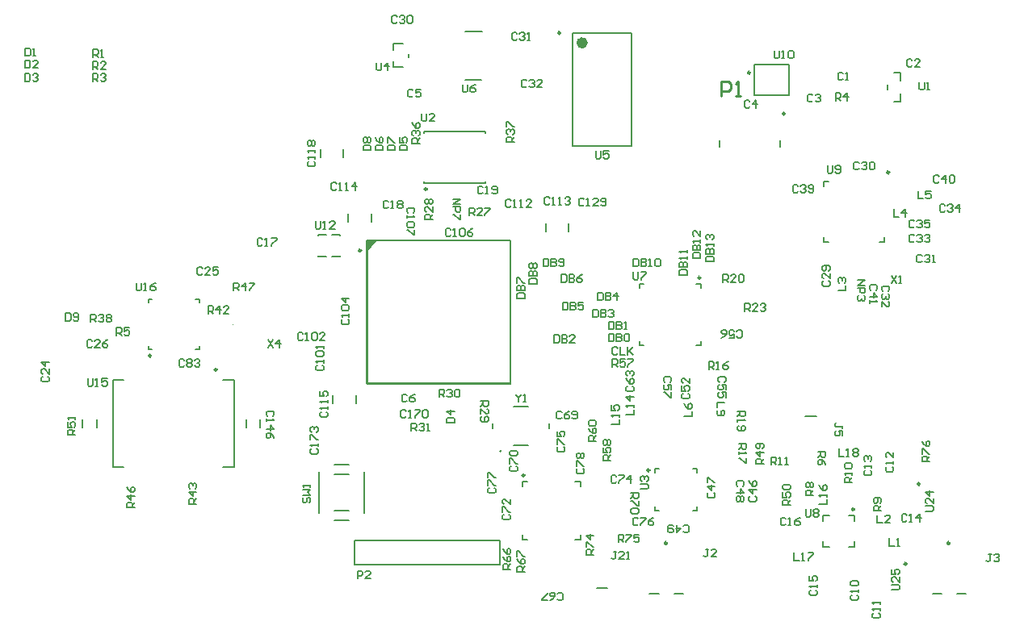
<source format=gto>
G04*
G04 #@! TF.GenerationSoftware,Altium Limited,Altium Designer,21.5.1 (32)*
G04*
G04 Layer_Color=65535*
%FSLAX25Y25*%
%MOIN*%
G70*
G04*
G04 #@! TF.SameCoordinates,2FE26025-303F-4DC1-B2D2-7F731E1EADFF*
G04*
G04*
G04 #@! TF.FilePolarity,Positive*
G04*
G01*
G75*
%ADD10C,0.00984*%
%ADD11C,0.00394*%
%ADD12C,0.01000*%
%ADD13C,0.00600*%
%ADD14C,0.02362*%
%ADD15C,0.00787*%
G36*
X220099Y224528D02*
X220225D01*
X216288Y220590D01*
Y220717D01*
X216256Y220685D01*
Y224622D01*
X220194D01*
X220099Y224528D01*
D02*
G37*
D10*
X240984Y245811D02*
G03*
X240984Y245811I-492J0D01*
G01*
X431841Y252844D02*
G03*
X431866Y252689I-467J-156D01*
G01*
X127201Y176992D02*
G03*
X127201Y176992I-492J0D01*
G01*
X417398Y113555D02*
G03*
X417398Y113555I-492J0D01*
G01*
X154308Y171165D02*
G03*
X154308Y171165I-492J0D01*
G01*
X281308Y127500D02*
G03*
X281308Y127500I-492J0D01*
G01*
X213808Y220500D02*
G03*
X213808Y220500I-492J0D01*
G01*
D02*
G03*
X213808Y220500I-492J0D01*
G01*
X388808Y277000D02*
G03*
X388808Y277000I-492J0D01*
G01*
X353914Y209256D02*
G03*
X353914Y209256I-492J0D01*
G01*
X296091Y310347D02*
G03*
X296091Y310347I-492J0D01*
G01*
X332910Y129650D02*
G03*
X332910Y129650I-492J0D01*
G01*
X374457Y293953D02*
G03*
X374457Y293953I-492J0D01*
G01*
X456795Y99547D02*
G03*
X456795Y99547I-492J0D01*
G01*
X340111D02*
G03*
X340111Y99547I-492J0D01*
G01*
D11*
X160882Y189768D02*
G03*
X160882Y189768I-197J0D01*
G01*
X205224Y228996D02*
G03*
X205224Y228996I-197J0D01*
G01*
D12*
X444500Y124000D02*
G03*
X444500Y124000I-500J0D01*
G01*
X439000Y91000D02*
G03*
X439000Y91000I-500J0D01*
G01*
X362316Y284200D02*
Y290198D01*
X365315D01*
X366314Y289198D01*
Y287199D01*
X365315Y286199D01*
X362316D01*
X368314Y284200D02*
X370313D01*
X369313D01*
Y290198D01*
X368314Y289198D01*
D13*
X271616Y137500D02*
G03*
X271616Y137500I-300J0D01*
G01*
X215165Y111925D02*
Y125075D01*
X202776Y127850D02*
X208855D01*
X196466Y111925D02*
Y125075D01*
X202776Y109150D02*
X208855D01*
X227158Y296169D02*
Y298803D01*
X233473Y300442D02*
Y301558D01*
X227158Y305831D02*
X231118D01*
X227158Y303197D02*
Y305831D01*
Y296169D02*
X231118D01*
X291465Y146959D02*
Y149041D01*
X276899Y156100D02*
X282732D01*
X268165Y146959D02*
Y149041D01*
X276899Y139900D02*
X282732D01*
X227158Y296169D02*
Y298803D01*
X233473Y300442D02*
Y301558D01*
X227158Y305831D02*
X231118D01*
X227158Y303197D02*
Y305831D01*
Y296169D02*
X231118D01*
X215165Y115926D02*
Y129075D01*
X202776Y131850D02*
X208855D01*
X196466Y115926D02*
Y129075D01*
X202776Y113150D02*
X208855D01*
X238800Y277099D02*
Y274433D01*
X239333Y273900D01*
X240400D01*
X240933Y274433D01*
Y277099D01*
X244132Y273900D02*
X241999D01*
X244132Y276033D01*
Y276566D01*
X243599Y277099D01*
X242532D01*
X241999Y276566D01*
X277099Y265235D02*
X273901D01*
Y266834D01*
X274434Y267367D01*
X275500D01*
X276033Y266834D01*
Y265235D01*
Y266301D02*
X277099Y267367D01*
X274434Y268434D02*
X273901Y268967D01*
Y270033D01*
X274434Y270566D01*
X274967D01*
X275500Y270033D01*
Y269500D01*
Y270033D01*
X276033Y270566D01*
X276566D01*
X277099Y270033D01*
Y268967D01*
X276566Y268434D01*
X273901Y271633D02*
Y273765D01*
X274434D01*
X276566Y271633D01*
X277099D01*
X238100Y264735D02*
X234900D01*
Y266334D01*
X235434Y266867D01*
X236500D01*
X237033Y266334D01*
Y264735D01*
Y265801D02*
X238100Y266867D01*
X235434Y267934D02*
X234900Y268467D01*
Y269533D01*
X235434Y270066D01*
X235967D01*
X236500Y269533D01*
Y269000D01*
Y269533D01*
X237033Y270066D01*
X237566D01*
X238100Y269533D01*
Y268467D01*
X237566Y267934D01*
X234900Y273265D02*
X235434Y272199D01*
X236500Y271133D01*
X237566D01*
X238100Y271666D01*
Y272732D01*
X237566Y273265D01*
X237033D01*
X236500Y272732D01*
Y271133D01*
X264134Y246566D02*
X263601Y247099D01*
X262534D01*
X262001Y246566D01*
Y244434D01*
X262534Y243900D01*
X263601D01*
X264134Y244434D01*
X265200Y243900D02*
X266267D01*
X265733D01*
Y247099D01*
X265200Y246566D01*
X267866Y244434D02*
X268399Y243900D01*
X269465D01*
X269999Y244434D01*
Y246566D01*
X269465Y247099D01*
X268399D01*
X267866Y246566D01*
Y246033D01*
X268399Y245500D01*
X269999D01*
X225134Y240566D02*
X224601Y241100D01*
X223534D01*
X223001Y240566D01*
Y238434D01*
X223534Y237900D01*
X224601D01*
X225134Y238434D01*
X226200Y237900D02*
X227267D01*
X226733D01*
Y241100D01*
X226200Y240566D01*
X228866D02*
X229399Y241100D01*
X230466D01*
X230999Y240566D01*
Y240033D01*
X230466Y239500D01*
X230999Y238967D01*
Y238434D01*
X230466Y237900D01*
X229399D01*
X228866Y238434D01*
Y238967D01*
X229399Y239500D01*
X228866Y240033D01*
Y240566D01*
X229399Y239500D02*
X230466D01*
X173134Y225066D02*
X172601Y225600D01*
X171535D01*
X171001Y225066D01*
Y222934D01*
X171535Y222400D01*
X172601D01*
X173134Y222934D01*
X174200Y222400D02*
X175267D01*
X174733D01*
Y225600D01*
X174200Y225066D01*
X176866Y225600D02*
X178999D01*
Y225066D01*
X176866Y222934D01*
Y222400D01*
X432900Y80235D02*
X435566D01*
X436099Y80768D01*
Y81834D01*
X435566Y82367D01*
X432900D01*
X436099Y85566D02*
Y83434D01*
X433967Y85566D01*
X433434D01*
X432900Y85033D01*
Y83967D01*
X433434Y83434D01*
X432900Y88765D02*
Y86633D01*
X434500D01*
X433967Y87699D01*
Y88232D01*
X434500Y88765D01*
X435566D01*
X436099Y88232D01*
Y87166D01*
X435566Y86633D01*
X446901Y112735D02*
X449566D01*
X450100Y113268D01*
Y114334D01*
X449566Y114867D01*
X446901D01*
X450100Y118066D02*
Y115934D01*
X447967Y118066D01*
X447434D01*
X446901Y117533D01*
Y116467D01*
X447434Y115934D01*
X450100Y120732D02*
X446901D01*
X448500Y119133D01*
Y121265D01*
X397334Y113600D02*
Y110934D01*
X397867Y110400D01*
X398934D01*
X399467Y110934D01*
Y113600D01*
X400533Y113066D02*
X401066Y113600D01*
X402133D01*
X402666Y113066D01*
Y112533D01*
X402133Y112000D01*
X402666Y111467D01*
Y110934D01*
X402133Y110400D01*
X401066D01*
X400533Y110934D01*
Y111467D01*
X401066Y112000D01*
X400533Y112533D01*
Y113066D01*
X401066Y112000D02*
X402133D01*
X448599Y133235D02*
X445400D01*
Y134834D01*
X445934Y135367D01*
X447000D01*
X447533Y134834D01*
Y133235D01*
Y134301D02*
X448599Y135367D01*
X445400Y136434D02*
Y138566D01*
X445934D01*
X448066Y136434D01*
X448599D01*
X445400Y141765D02*
X445934Y140699D01*
X447000Y139633D01*
X448066D01*
X448599Y140166D01*
Y141232D01*
X448066Y141765D01*
X447533D01*
X447000Y141232D01*
Y139633D01*
X383034Y131901D02*
Y135099D01*
X384634D01*
X385167Y134566D01*
Y133500D01*
X384634Y132967D01*
X383034D01*
X384101D02*
X385167Y131901D01*
X386233D02*
X387300D01*
X386767D01*
Y135099D01*
X386233Y134566D01*
X388899Y131901D02*
X389966D01*
X389432D01*
Y135099D01*
X388899Y134566D01*
X416600Y124501D02*
X413401D01*
Y126101D01*
X413934Y126634D01*
X415000D01*
X415533Y126101D01*
Y124501D01*
Y125568D02*
X416600Y126634D01*
Y127700D02*
Y128767D01*
Y128233D01*
X413401D01*
X413934Y127700D01*
Y130366D02*
X413401Y130899D01*
Y131966D01*
X413934Y132499D01*
X416066D01*
X416600Y131966D01*
Y130899D01*
X416066Y130366D01*
X413934D01*
X428600Y112834D02*
X425400D01*
Y114434D01*
X425934Y114967D01*
X427000D01*
X427533Y114434D01*
Y112834D01*
Y113900D02*
X428600Y114967D01*
X428066Y116033D02*
X428600Y116566D01*
Y117633D01*
X428066Y118166D01*
X425934D01*
X425400Y117633D01*
Y116566D01*
X425934Y116033D01*
X426467D01*
X427000Y116566D01*
Y118166D01*
X400599Y119334D02*
X397400D01*
Y120934D01*
X397934Y121467D01*
X399000D01*
X399533Y120934D01*
Y119334D01*
Y120401D02*
X400599Y121467D01*
X397934Y122533D02*
X397400Y123066D01*
Y124133D01*
X397934Y124666D01*
X398467D01*
X399000Y124133D01*
X399533Y124666D01*
X400066D01*
X400599Y124133D01*
Y123066D01*
X400066Y122533D01*
X399533D01*
X399000Y123066D01*
X398467Y122533D01*
X397934D01*
X399000Y123066D02*
Y124133D01*
X402400Y137166D02*
X405599D01*
Y135566D01*
X405066Y135033D01*
X404000D01*
X403467Y135566D01*
Y137166D01*
Y136100D02*
X402400Y135033D01*
X405599Y131834D02*
X405066Y132901D01*
X404000Y133967D01*
X402934D01*
X402400Y133434D01*
Y132367D01*
X402934Y131834D01*
X403467D01*
X404000Y132367D01*
Y133967D01*
X426834Y111100D02*
Y107901D01*
X428967D01*
X432166D02*
X430033D01*
X432166Y110033D01*
Y110566D01*
X431633Y111100D01*
X430566D01*
X430033Y110566D01*
X431867Y101600D02*
Y98400D01*
X434000D01*
X435066D02*
X436133D01*
X435600D01*
Y101600D01*
X435066Y101066D01*
X389134Y109566D02*
X388601Y110099D01*
X387534D01*
X387001Y109566D01*
Y107434D01*
X387534Y106901D01*
X388601D01*
X389134Y107434D01*
X390200Y106901D02*
X391267D01*
X390733D01*
Y110099D01*
X390200Y109566D01*
X394999Y110099D02*
X393932Y109566D01*
X392866Y108500D01*
Y107434D01*
X393399Y106901D01*
X394465D01*
X394999Y107434D01*
Y107967D01*
X394465Y108500D01*
X392866D01*
X399434Y80134D02*
X398901Y79601D01*
Y78535D01*
X399434Y78001D01*
X401566D01*
X402100Y78535D01*
Y79601D01*
X401566Y80134D01*
X402100Y81200D02*
Y82267D01*
Y81733D01*
X398901D01*
X399434Y81200D01*
X398901Y85999D02*
Y83866D01*
X400500D01*
X399967Y84932D01*
Y85466D01*
X400500Y85999D01*
X401566D01*
X402100Y85466D01*
Y84399D01*
X401566Y83866D01*
X439134Y111066D02*
X438601Y111600D01*
X437535D01*
X437001Y111066D01*
Y108934D01*
X437535Y108400D01*
X438601D01*
X439134Y108934D01*
X440200Y108400D02*
X441267D01*
X440733D01*
Y111600D01*
X440200Y111066D01*
X444465Y108400D02*
Y111600D01*
X442866Y110000D01*
X444999D01*
X421934Y129634D02*
X421400Y129101D01*
Y128034D01*
X421934Y127501D01*
X424066D01*
X424600Y128034D01*
Y129101D01*
X424066Y129634D01*
X424600Y130700D02*
Y131767D01*
Y131233D01*
X421400D01*
X421934Y130700D01*
Y133366D02*
X421400Y133899D01*
Y134966D01*
X421934Y135499D01*
X422467D01*
X423000Y134966D01*
Y134432D01*
Y134966D01*
X423533Y135499D01*
X424066D01*
X424600Y134966D01*
Y133899D01*
X424066Y133366D01*
X430934Y131134D02*
X430401Y130601D01*
Y129534D01*
X430934Y129001D01*
X433066D01*
X433600Y129534D01*
Y130601D01*
X433066Y131134D01*
X433600Y132200D02*
Y133267D01*
Y132733D01*
X430401D01*
X430934Y132200D01*
X433600Y136999D02*
Y134866D01*
X431467Y136999D01*
X430934D01*
X430401Y136466D01*
Y135399D01*
X430934Y134866D01*
X425434Y70667D02*
X424900Y70134D01*
Y69068D01*
X425434Y68534D01*
X427566D01*
X428099Y69068D01*
Y70134D01*
X427566Y70667D01*
X428099Y71733D02*
Y72800D01*
Y72267D01*
X424900D01*
X425434Y71733D01*
X428099Y74399D02*
Y75466D01*
Y74932D01*
X424900D01*
X425434Y74399D01*
X416434Y78134D02*
X415901Y77601D01*
Y76534D01*
X416434Y76001D01*
X418566D01*
X419100Y76534D01*
Y77601D01*
X418566Y78134D01*
X419100Y79200D02*
Y80267D01*
Y79733D01*
X415901D01*
X416434Y79200D01*
Y81866D02*
X415901Y82399D01*
Y83465D01*
X416434Y83999D01*
X418566D01*
X419100Y83465D01*
Y82399D01*
X418566Y81866D01*
X416434D01*
X391100Y115235D02*
X387900D01*
Y116834D01*
X388434Y117367D01*
X389500D01*
X390033Y116834D01*
Y115235D01*
Y116301D02*
X391100Y117367D01*
X387900Y120566D02*
Y118434D01*
X389500D01*
X388967Y119500D01*
Y120033D01*
X389500Y120566D01*
X390566D01*
X391100Y120033D01*
Y118967D01*
X390566Y118434D01*
X388434Y121633D02*
X387900Y122166D01*
Y123232D01*
X388434Y123765D01*
X390566D01*
X391100Y123232D01*
Y122166D01*
X390566Y121633D01*
X388434D01*
X380100Y132235D02*
X376901D01*
Y133834D01*
X377434Y134367D01*
X378500D01*
X379033Y133834D01*
Y132235D01*
Y133301D02*
X380100Y134367D01*
Y137033D02*
X376901D01*
X378500Y135434D01*
Y137566D01*
X379566Y138633D02*
X380100Y139166D01*
Y140232D01*
X379566Y140765D01*
X377434D01*
X376901Y140232D01*
Y139166D01*
X377434Y138633D01*
X377967D01*
X378500Y139166D01*
Y140765D01*
X411001Y138600D02*
Y135400D01*
X413134D01*
X414200D02*
X415267D01*
X414733D01*
Y138600D01*
X414200Y138066D01*
X416866D02*
X417399Y138600D01*
X418466D01*
X418999Y138066D01*
Y137533D01*
X418466Y137000D01*
X418999Y136467D01*
Y135934D01*
X418466Y135400D01*
X417399D01*
X416866Y135934D01*
Y136467D01*
X417399Y137000D01*
X416866Y137533D01*
Y138066D01*
X417399Y137000D02*
X418466D01*
X392501Y95600D02*
Y92400D01*
X394634D01*
X395700D02*
X396767D01*
X396233D01*
Y95600D01*
X395700Y95066D01*
X398366Y95600D02*
X400499D01*
Y95066D01*
X398366Y92934D01*
Y92400D01*
X402901Y115501D02*
X406100D01*
Y117634D01*
Y118700D02*
Y119767D01*
Y119233D01*
X402901D01*
X403434Y118700D01*
X402901Y123499D02*
X403434Y122432D01*
X404500Y121366D01*
X405566D01*
X406100Y121899D01*
Y122966D01*
X405566Y123499D01*
X405033D01*
X404500Y122966D01*
Y121366D01*
X190249Y118401D02*
X189716Y117867D01*
Y116801D01*
X190249Y116268D01*
X190782D01*
X191315Y116801D01*
Y117867D01*
X191849Y118401D01*
X192382D01*
X192915Y117867D01*
Y116801D01*
X192382Y116268D01*
X189716Y119467D02*
X192915D01*
X191849Y120533D01*
X192915Y121599D01*
X189716D01*
X192915Y122666D02*
Y123732D01*
Y123199D01*
X189716D01*
X190249Y122666D01*
X175334Y183599D02*
X177467Y180401D01*
Y183599D02*
X175334Y180401D01*
X180133D02*
Y183599D01*
X178533Y182000D01*
X180666D01*
X121001Y207100D02*
Y204434D01*
X121535Y203901D01*
X122601D01*
X123134Y204434D01*
Y207100D01*
X124200Y203901D02*
X125267D01*
X124733D01*
Y207100D01*
X124200Y206566D01*
X128999Y207100D02*
X127932Y206566D01*
X126866Y205500D01*
Y204434D01*
X127399Y203901D01*
X128466D01*
X128999Y204434D01*
Y204967D01*
X128466Y205500D01*
X126866D01*
X161235Y203901D02*
Y207100D01*
X162834D01*
X163367Y206566D01*
Y205500D01*
X162834Y204967D01*
X161235D01*
X162301D02*
X163367Y203901D01*
X166033D02*
Y207100D01*
X164434Y205500D01*
X166566D01*
X167633Y207100D02*
X169765D01*
Y206566D01*
X167633Y204434D01*
Y203901D01*
X112834Y185400D02*
Y188600D01*
X114434D01*
X114967Y188066D01*
Y187000D01*
X114434Y186467D01*
X112834D01*
X113900D02*
X114967Y185400D01*
X118166Y188600D02*
X116033D01*
Y187000D01*
X117099Y187533D01*
X117633D01*
X118166Y187000D01*
Y185934D01*
X117633Y185400D01*
X116566D01*
X116033Y185934D01*
X150735Y194401D02*
Y197599D01*
X152334D01*
X152867Y197066D01*
Y196000D01*
X152334Y195467D01*
X150735D01*
X151801D02*
X152867Y194401D01*
X155533D02*
Y197599D01*
X153934Y196000D01*
X156066D01*
X159265Y194401D02*
X157133D01*
X159265Y196533D01*
Y197066D01*
X158732Y197599D01*
X157666D01*
X157133Y197066D01*
X102235Y190901D02*
Y194099D01*
X103834D01*
X104367Y193566D01*
Y192500D01*
X103834Y191967D01*
X102235D01*
X103301D02*
X104367Y190901D01*
X105434Y193566D02*
X105967Y194099D01*
X107033D01*
X107566Y193566D01*
Y193033D01*
X107033Y192500D01*
X106500D01*
X107033D01*
X107566Y191967D01*
Y191434D01*
X107033Y190901D01*
X105967D01*
X105434Y191434D01*
X108633Y193566D02*
X109166Y194099D01*
X110232D01*
X110765Y193566D01*
Y193033D01*
X110232Y192500D01*
X110765Y191967D01*
Y191434D01*
X110232Y190901D01*
X109166D01*
X108633Y191434D01*
Y191967D01*
X109166Y192500D01*
X108633Y193033D01*
Y193566D01*
X109166Y192500D02*
X110232D01*
X91834Y194599D02*
Y191401D01*
X93434D01*
X93967Y191934D01*
Y194066D01*
X93434Y194599D01*
X91834D01*
X95033Y191934D02*
X95566Y191401D01*
X96633D01*
X97166Y191934D01*
Y194066D01*
X96633Y194599D01*
X95566D01*
X95033Y194066D01*
Y193533D01*
X95566Y193000D01*
X97166D01*
X148367Y213066D02*
X147834Y213599D01*
X146768D01*
X146235Y213066D01*
Y210934D01*
X146768Y210401D01*
X147834D01*
X148367Y210934D01*
X151566Y210401D02*
X149434D01*
X151566Y212533D01*
Y213066D01*
X151033Y213599D01*
X149967D01*
X149434Y213066D01*
X154765Y213599D02*
X152633D01*
Y212000D01*
X153699Y212533D01*
X154232D01*
X154765Y212000D01*
Y210934D01*
X154232Y210401D01*
X153166D01*
X152633Y210934D01*
X140867Y175066D02*
X140334Y175600D01*
X139268D01*
X138735Y175066D01*
Y172934D01*
X139268Y172400D01*
X140334D01*
X140867Y172934D01*
X141934Y175066D02*
X142467Y175600D01*
X143533D01*
X144066Y175066D01*
Y174533D01*
X143533Y174000D01*
X144066Y173467D01*
Y172934D01*
X143533Y172400D01*
X142467D01*
X141934Y172934D01*
Y173467D01*
X142467Y174000D01*
X141934Y174533D01*
Y175066D01*
X142467Y174000D02*
X143533D01*
X145133Y175066D02*
X145666Y175600D01*
X146732D01*
X147265Y175066D01*
Y174533D01*
X146732Y174000D01*
X146199D01*
X146732D01*
X147265Y173467D01*
Y172934D01*
X146732Y172400D01*
X145666D01*
X145133Y172934D01*
X82434Y168367D02*
X81901Y167834D01*
Y166768D01*
X82434Y166235D01*
X84566D01*
X85100Y166768D01*
Y167834D01*
X84566Y168367D01*
X85100Y171566D02*
Y169434D01*
X82967Y171566D01*
X82434D01*
X81901Y171033D01*
Y169967D01*
X82434Y169434D01*
X85100Y174232D02*
X81901D01*
X83500Y172633D01*
Y174765D01*
X102867Y183066D02*
X102334Y183599D01*
X101268D01*
X100735Y183066D01*
Y180934D01*
X101268Y180401D01*
X102334D01*
X102867Y180934D01*
X106066Y180401D02*
X103934D01*
X106066Y182533D01*
Y183066D01*
X105533Y183599D01*
X104467D01*
X103934Y183066D01*
X109265Y183599D02*
X108199Y183066D01*
X107133Y182000D01*
Y180934D01*
X107666Y180401D01*
X108732D01*
X109265Y180934D01*
Y181467D01*
X108732Y182000D01*
X107133D01*
X406334Y255599D02*
Y252934D01*
X406867Y252400D01*
X407934D01*
X408467Y252934D01*
Y255599D01*
X409533Y252934D02*
X410066Y252400D01*
X411133D01*
X411666Y252934D01*
Y255066D01*
X411133Y255599D01*
X410066D01*
X409533Y255066D01*
Y254533D01*
X410066Y254000D01*
X411666D01*
X255650Y289100D02*
Y286434D01*
X256183Y285900D01*
X257249D01*
X257782Y286434D01*
Y289100D01*
X260981D02*
X259915Y288566D01*
X258849Y287500D01*
Y286434D01*
X259382Y285900D01*
X260448D01*
X260981Y286434D01*
Y286967D01*
X260448Y287500D01*
X258849D01*
X220150Y298099D02*
Y295434D01*
X220683Y294900D01*
X221749D01*
X222282Y295434D01*
Y298099D01*
X224948Y294900D02*
Y298099D01*
X223349Y296500D01*
X225481D01*
X320050Y99901D02*
Y103100D01*
X321650D01*
X322183Y102566D01*
Y101500D01*
X321650Y100967D01*
X320050D01*
X321117D02*
X322183Y99901D01*
X323249Y103100D02*
X325382D01*
Y102566D01*
X323249Y100434D01*
Y99901D01*
X328581Y103100D02*
X326448D01*
Y101500D01*
X327515Y102033D01*
X328048D01*
X328581Y101500D01*
Y100434D01*
X328048Y99901D01*
X326981D01*
X326448Y100434D01*
X369216Y153999D02*
X372415D01*
Y152399D01*
X371882Y151866D01*
X370815D01*
X370282Y152399D01*
Y153999D01*
Y152932D02*
X369216Y151866D01*
Y150800D02*
Y149733D01*
Y150267D01*
X372415D01*
X371882Y150800D01*
X369749Y148134D02*
X369216Y147601D01*
Y146534D01*
X369749Y146001D01*
X371882D01*
X372415Y146534D01*
Y147601D01*
X371882Y148134D01*
X371349D01*
X370815Y147601D01*
Y146001D01*
X454864Y239066D02*
X454331Y239599D01*
X453265D01*
X452731Y239066D01*
Y236934D01*
X453265Y236401D01*
X454331D01*
X454864Y236934D01*
X455930Y239066D02*
X456463Y239599D01*
X457530D01*
X458063Y239066D01*
Y238533D01*
X457530Y238000D01*
X456997D01*
X457530D01*
X458063Y237467D01*
Y236934D01*
X457530Y236401D01*
X456463D01*
X455930Y236934D01*
X460729Y236401D02*
Y239599D01*
X459129Y238000D01*
X461262D01*
X433681Y237599D02*
Y234401D01*
X435814D01*
X438480D02*
Y237599D01*
X436880Y236000D01*
X439013D01*
X319683Y180066D02*
X319150Y180599D01*
X318083D01*
X317550Y180066D01*
Y177934D01*
X318083Y177401D01*
X319150D01*
X319683Y177934D01*
X320749Y180599D02*
Y177401D01*
X322882D01*
X323948Y180599D02*
Y177401D01*
Y178467D01*
X326081Y180599D01*
X324481Y179000D01*
X326081Y177401D01*
X309915Y94735D02*
X306716D01*
Y96334D01*
X307249Y96867D01*
X308315D01*
X308849Y96334D01*
Y94735D01*
Y95801D02*
X309915Y96867D01*
X306716Y97934D02*
Y100066D01*
X307249D01*
X309382Y97934D01*
X309915D01*
Y102732D02*
X306716D01*
X308315Y101133D01*
Y103265D01*
X319216Y96100D02*
X318150D01*
X318683D01*
Y93434D01*
X318150Y92901D01*
X317617D01*
X317083Y93434D01*
X322415Y92901D02*
X320282D01*
X322415Y95033D01*
Y95566D01*
X321882Y96100D01*
X320815D01*
X320282Y95566D01*
X323481Y92901D02*
X324548D01*
X324014D01*
Y96100D01*
X323481Y95566D01*
X356216Y215902D02*
X359415D01*
Y217501D01*
X358882Y218035D01*
X356749D01*
X356216Y217501D01*
Y215902D01*
Y219101D02*
X359415D01*
Y220700D01*
X358882Y221233D01*
X358349D01*
X357816Y220700D01*
Y219101D01*
Y220700D01*
X357282Y221233D01*
X356749D01*
X356216Y220700D01*
Y219101D01*
X359415Y222300D02*
Y223366D01*
Y222833D01*
X356216D01*
X356749Y222300D01*
Y224966D02*
X356216Y225499D01*
Y226565D01*
X356749Y227098D01*
X357282D01*
X357816Y226565D01*
Y226032D01*
Y226565D01*
X358349Y227098D01*
X358882D01*
X359415Y226565D01*
Y225499D01*
X358882Y224966D01*
X350716Y217402D02*
X353915D01*
Y219001D01*
X353382Y219534D01*
X351249D01*
X350716Y219001D01*
Y217402D01*
Y220601D02*
X353915D01*
Y222200D01*
X353382Y222733D01*
X352849D01*
X352315Y222200D01*
Y220601D01*
Y222200D01*
X351782Y222733D01*
X351249D01*
X350716Y222200D01*
Y220601D01*
X353915Y223800D02*
Y224866D01*
Y224333D01*
X350716D01*
X351249Y223800D01*
X353915Y228598D02*
Y226466D01*
X351782Y228598D01*
X351249D01*
X350716Y228065D01*
Y226999D01*
X351249Y226466D01*
X345216Y210435D02*
X348415D01*
Y212035D01*
X347882Y212568D01*
X345749D01*
X345216Y212035D01*
Y210435D01*
Y213634D02*
X348415D01*
Y215233D01*
X347882Y215767D01*
X347349D01*
X346815Y215233D01*
Y213634D01*
Y215233D01*
X346282Y215767D01*
X345749D01*
X345216Y215233D01*
Y213634D01*
X348415Y216833D02*
Y217899D01*
Y217366D01*
X345216D01*
X345749Y216833D01*
X348415Y219499D02*
Y220565D01*
Y220032D01*
X345216D01*
X345749Y219499D01*
X326217Y217099D02*
Y213900D01*
X327817D01*
X328350Y214434D01*
Y216566D01*
X327817Y217099D01*
X326217D01*
X329416D02*
Y213900D01*
X331016D01*
X331549Y214434D01*
Y214967D01*
X331016Y215500D01*
X329416D01*
X331016D01*
X331549Y216033D01*
Y216566D01*
X331016Y217099D01*
X329416D01*
X332615Y213900D02*
X333682D01*
X333148D01*
Y217099D01*
X332615Y216566D01*
X335281D02*
X335814Y217099D01*
X336881D01*
X337414Y216566D01*
Y214434D01*
X336881Y213900D01*
X335814D01*
X335281Y214434D01*
Y216566D01*
X289050Y217099D02*
Y213900D01*
X290650D01*
X291183Y214434D01*
Y216566D01*
X290650Y217099D01*
X289050D01*
X292249D02*
Y213900D01*
X293849D01*
X294382Y214434D01*
Y214967D01*
X293849Y215500D01*
X292249D01*
X293849D01*
X294382Y216033D01*
Y216566D01*
X293849Y217099D01*
X292249D01*
X295448Y214434D02*
X295981Y213900D01*
X297048D01*
X297581Y214434D01*
Y216566D01*
X297048Y217099D01*
X295981D01*
X295448Y216566D01*
Y216033D01*
X295981Y215500D01*
X297581D01*
X283216Y206735D02*
X286415D01*
Y208334D01*
X285882Y208867D01*
X283749D01*
X283216Y208334D01*
Y206735D01*
Y209934D02*
X286415D01*
Y211533D01*
X285882Y212066D01*
X285349D01*
X284816Y211533D01*
Y209934D01*
Y211533D01*
X284282Y212066D01*
X283749D01*
X283216Y211533D01*
Y209934D01*
X283749Y213133D02*
X283216Y213666D01*
Y214732D01*
X283749Y215265D01*
X284282D01*
X284816Y214732D01*
X285349Y215265D01*
X285882D01*
X286415Y214732D01*
Y213666D01*
X285882Y213133D01*
X285349D01*
X284816Y213666D01*
X284282Y213133D01*
X283749D01*
X284816Y213666D02*
Y214732D01*
X278216Y200735D02*
X281415D01*
Y202334D01*
X280882Y202867D01*
X278749D01*
X278216Y202334D01*
Y200735D01*
Y203934D02*
X281415D01*
Y205533D01*
X280882Y206066D01*
X280349D01*
X279816Y205533D01*
Y203934D01*
Y205533D01*
X279282Y206066D01*
X278749D01*
X278216Y205533D01*
Y203934D01*
Y207133D02*
Y209265D01*
X278749D01*
X280882Y207133D01*
X281415D01*
X296550Y210599D02*
Y207400D01*
X298150D01*
X298683Y207934D01*
Y210066D01*
X298150Y210599D01*
X296550D01*
X299749D02*
Y207400D01*
X301349D01*
X301882Y207934D01*
Y208467D01*
X301349Y209000D01*
X299749D01*
X301349D01*
X301882Y209533D01*
Y210066D01*
X301349Y210599D01*
X299749D01*
X305081D02*
X304014Y210066D01*
X302948Y209000D01*
Y207934D01*
X303481Y207400D01*
X304548D01*
X305081Y207934D01*
Y208467D01*
X304548Y209000D01*
X302948D01*
X297050Y199100D02*
Y195900D01*
X298650D01*
X299183Y196434D01*
Y198566D01*
X298650Y199100D01*
X297050D01*
X300249D02*
Y195900D01*
X301849D01*
X302382Y196434D01*
Y196967D01*
X301849Y197500D01*
X300249D01*
X301849D01*
X302382Y198033D01*
Y198566D01*
X301849Y199100D01*
X300249D01*
X305581D02*
X303448D01*
Y197500D01*
X304515Y198033D01*
X305048D01*
X305581Y197500D01*
Y196434D01*
X305048Y195900D01*
X303981D01*
X303448Y196434D01*
X311550Y203099D02*
Y199900D01*
X313150D01*
X313683Y200434D01*
Y202566D01*
X313150Y203099D01*
X311550D01*
X314749D02*
Y199900D01*
X316349D01*
X316882Y200434D01*
Y200967D01*
X316349Y201500D01*
X314749D01*
X316349D01*
X316882Y202033D01*
Y202566D01*
X316349Y203099D01*
X314749D01*
X319548Y199900D02*
Y203099D01*
X317948Y201500D01*
X320081D01*
X309550Y196099D02*
Y192901D01*
X311150D01*
X311683Y193434D01*
Y195566D01*
X311150Y196099D01*
X309550D01*
X312749D02*
Y192901D01*
X314349D01*
X314882Y193434D01*
Y193967D01*
X314349Y194500D01*
X312749D01*
X314349D01*
X314882Y195033D01*
Y195566D01*
X314349Y196099D01*
X312749D01*
X315948Y195566D02*
X316481Y196099D01*
X317548D01*
X318081Y195566D01*
Y195033D01*
X317548Y194500D01*
X317015D01*
X317548D01*
X318081Y193967D01*
Y193434D01*
X317548Y192901D01*
X316481D01*
X315948Y193434D01*
X293550Y185600D02*
Y182401D01*
X295150D01*
X295683Y182934D01*
Y185066D01*
X295150Y185600D01*
X293550D01*
X296749D02*
Y182401D01*
X298349D01*
X298882Y182934D01*
Y183467D01*
X298349Y184000D01*
X296749D01*
X298349D01*
X298882Y184533D01*
Y185066D01*
X298349Y185600D01*
X296749D01*
X302081Y182401D02*
X299948D01*
X302081Y184533D01*
Y185066D01*
X301548Y185600D01*
X300481D01*
X299948Y185066D01*
X316083Y191100D02*
Y187900D01*
X317683D01*
X318216Y188434D01*
Y190566D01*
X317683Y191100D01*
X316083D01*
X319282D02*
Y187900D01*
X320882D01*
X321415Y188434D01*
Y188967D01*
X320882Y189500D01*
X319282D01*
X320882D01*
X321415Y190033D01*
Y190566D01*
X320882Y191100D01*
X319282D01*
X322481Y187900D02*
X323548D01*
X323014D01*
Y191100D01*
X322481Y190566D01*
X316050Y186100D02*
Y182901D01*
X317650D01*
X318183Y183434D01*
Y185566D01*
X317650Y186100D01*
X316050D01*
X319249D02*
Y182901D01*
X320849D01*
X321382Y183434D01*
Y183967D01*
X320849Y184500D01*
X319249D01*
X320849D01*
X321382Y185033D01*
Y185566D01*
X320849Y186100D01*
X319249D01*
X322448Y185566D02*
X322981Y186100D01*
X324048D01*
X324581Y185566D01*
Y183434D01*
X324048Y182901D01*
X322981D01*
X322448Y183434D01*
Y185566D01*
X277683Y161100D02*
Y160566D01*
X278749Y159500D01*
X279816Y160566D01*
Y161100D01*
X278749Y159500D02*
Y157901D01*
X280882D02*
X281948D01*
X281415D01*
Y161100D01*
X280882Y160566D01*
X326150Y211599D02*
Y208934D01*
X326683Y208401D01*
X327749D01*
X328282Y208934D01*
Y211599D01*
X329349D02*
X331481D01*
Y211066D01*
X329349Y208934D01*
Y208401D01*
X329216Y121834D02*
X331882D01*
X332415Y122367D01*
Y123434D01*
X331882Y123967D01*
X329216D01*
X329749Y125033D02*
X329216Y125566D01*
Y126633D01*
X329749Y127166D01*
X330282D01*
X330816Y126633D01*
Y126100D01*
Y126633D01*
X331349Y127166D01*
X331882D01*
X332415Y126633D01*
Y125566D01*
X331882Y125033D01*
X325216Y120265D02*
X328415D01*
Y118666D01*
X327882Y118133D01*
X326816D01*
X326282Y118666D01*
Y120265D01*
Y119199D02*
X325216Y118133D01*
X328415Y117066D02*
Y114934D01*
X327882D01*
X325749Y117066D01*
X325216D01*
X327882Y113867D02*
X328415Y113334D01*
Y112268D01*
X327882Y111735D01*
X325749D01*
X325216Y112268D01*
Y113334D01*
X325749Y113867D01*
X327882D01*
X281415Y87735D02*
X278216D01*
Y89334D01*
X278749Y89867D01*
X279816D01*
X280349Y89334D01*
Y87735D01*
Y88801D02*
X281415Y89867D01*
X278216Y93066D02*
X278749Y92000D01*
X279816Y90934D01*
X280882D01*
X281415Y91467D01*
Y92533D01*
X280882Y93066D01*
X280349D01*
X279816Y92533D01*
Y90934D01*
X278216Y94133D02*
Y96265D01*
X278749D01*
X280882Y94133D01*
X281415D01*
X275600Y88735D02*
X272400D01*
Y90334D01*
X272934Y90867D01*
X274000D01*
X274533Y90334D01*
Y88735D01*
Y89801D02*
X275600Y90867D01*
X272400Y94066D02*
X272934Y93000D01*
X274000Y91934D01*
X275066D01*
X275600Y92467D01*
Y93533D01*
X275066Y94066D01*
X274533D01*
X274000Y93533D01*
Y91934D01*
X272400Y97265D02*
X272934Y96199D01*
X274000Y95133D01*
X275066D01*
X275600Y95666D01*
Y96732D01*
X275066Y97265D01*
X274533D01*
X274000Y96732D01*
Y95133D01*
X310915Y141735D02*
X307716D01*
Y143334D01*
X308249Y143867D01*
X309315D01*
X309849Y143334D01*
Y141735D01*
Y142801D02*
X310915Y143867D01*
X307716Y147066D02*
X308249Y146000D01*
X309315Y144934D01*
X310382D01*
X310915Y145467D01*
Y146533D01*
X310382Y147066D01*
X309849D01*
X309315Y146533D01*
Y144934D01*
X308249Y148133D02*
X307716Y148666D01*
Y149732D01*
X308249Y150265D01*
X310382D01*
X310915Y149732D01*
Y148666D01*
X310382Y148133D01*
X308249D01*
X316915Y133735D02*
X313716D01*
Y135334D01*
X314249Y135867D01*
X315316D01*
X315849Y135334D01*
Y133735D01*
Y134801D02*
X316915Y135867D01*
X313716Y139066D02*
Y136934D01*
X315316D01*
X314782Y138000D01*
Y138533D01*
X315316Y139066D01*
X316382D01*
X316915Y138533D01*
Y137467D01*
X316382Y136934D01*
X314249Y140133D02*
X313716Y140666D01*
Y141732D01*
X314249Y142265D01*
X314782D01*
X315316Y141732D01*
X315849Y142265D01*
X316382D01*
X316915Y141732D01*
Y140666D01*
X316382Y140133D01*
X315849D01*
X315316Y140666D01*
X314782Y140133D01*
X314249D01*
X315316Y140666D02*
Y141732D01*
X317550Y172400D02*
Y175600D01*
X319150D01*
X319683Y175066D01*
Y174000D01*
X319150Y173467D01*
X317550D01*
X318617D02*
X319683Y172400D01*
X322882Y175600D02*
X320749D01*
Y174000D01*
X321815Y174533D01*
X322349D01*
X322882Y174000D01*
Y172934D01*
X322349Y172400D01*
X321282D01*
X320749Y172934D01*
X323948Y175600D02*
X326081D01*
Y175066D01*
X323948Y172934D01*
Y172400D01*
X317216Y148501D02*
X320415D01*
Y150634D01*
Y151700D02*
Y152767D01*
Y152233D01*
X317216D01*
X317749Y151700D01*
X317216Y156499D02*
Y154366D01*
X318815D01*
X318282Y155432D01*
Y155966D01*
X318815Y156499D01*
X319882D01*
X320415Y155966D01*
Y154899D01*
X319882Y154366D01*
X323216Y152501D02*
X326415D01*
Y154634D01*
Y155700D02*
Y156767D01*
Y156233D01*
X323216D01*
X323749Y155700D01*
X326415Y159966D02*
X323216D01*
X324816Y158366D01*
Y160499D01*
X193434Y138534D02*
X192901Y138001D01*
Y136935D01*
X193434Y136402D01*
X195566D01*
X196099Y136935D01*
Y138001D01*
X195566Y138534D01*
X196099Y139601D02*
Y140667D01*
Y140134D01*
X192901D01*
X193434Y139601D01*
X192901Y142267D02*
Y144399D01*
X193434D01*
X195566Y142267D01*
X196099D01*
X193434Y145466D02*
X192901Y145999D01*
Y147065D01*
X193434Y147598D01*
X193967D01*
X194500Y147065D01*
Y146532D01*
Y147065D01*
X195033Y147598D01*
X195566D01*
X196099Y147065D01*
Y145999D01*
X195566Y145466D01*
X232350Y154066D02*
X231817Y154599D01*
X230750D01*
X230217Y154066D01*
Y151934D01*
X230750Y151400D01*
X231817D01*
X232350Y151934D01*
X233416Y151400D02*
X234483D01*
X233949D01*
Y154599D01*
X233416Y154066D01*
X236082Y154599D02*
X238215D01*
Y154066D01*
X236082Y151934D01*
Y151400D01*
X239281Y154066D02*
X239814Y154599D01*
X240881D01*
X241414Y154066D01*
Y151934D01*
X240881Y151400D01*
X239814D01*
X239281Y151934D01*
Y154066D01*
X232782Y160566D02*
X232249Y161100D01*
X231183D01*
X230650Y160566D01*
Y158434D01*
X231183Y157901D01*
X232249D01*
X232782Y158434D01*
X235981Y161100D02*
X234915Y160566D01*
X233849Y159500D01*
Y158434D01*
X234382Y157901D01*
X235448D01*
X235981Y158434D01*
Y158967D01*
X235448Y159500D01*
X233849D01*
X432683Y210100D02*
X434816Y206901D01*
Y210100D02*
X432683Y206901D01*
X435882D02*
X436948D01*
X436415D01*
Y210100D01*
X435882Y209566D01*
X101001Y167599D02*
Y164934D01*
X101534Y164400D01*
X102601D01*
X103134Y164934D01*
Y167599D01*
X104200Y164400D02*
X105267D01*
X104733D01*
Y167599D01*
X104200Y167066D01*
X108999Y167599D02*
X106866D01*
Y166000D01*
X107932Y166533D01*
X108466D01*
X108999Y166000D01*
Y164934D01*
X108466Y164400D01*
X107399D01*
X106866Y164934D01*
X195001Y232599D02*
Y229934D01*
X195535Y229400D01*
X196601D01*
X197134Y229934D01*
Y232599D01*
X198200Y229400D02*
X199267D01*
X198733D01*
Y232599D01*
X198200Y232066D01*
X202999Y229400D02*
X200866D01*
X202999Y231533D01*
Y232066D01*
X202466Y232599D01*
X201399D01*
X200866Y232066D01*
X310650Y261599D02*
Y258934D01*
X311183Y258401D01*
X312249D01*
X312782Y258934D01*
Y261599D01*
X315981D02*
X313849D01*
Y260000D01*
X314915Y260533D01*
X315448D01*
X315981Y260000D01*
Y258934D01*
X315448Y258401D01*
X314382D01*
X313849Y258934D01*
X384317Y303099D02*
Y300434D01*
X384850Y299901D01*
X385916D01*
X386450Y300434D01*
Y303099D01*
X387516Y299901D02*
X388582D01*
X388049D01*
Y303099D01*
X387516Y302566D01*
X390182D02*
X390715Y303099D01*
X391781D01*
X392314Y302566D01*
Y300434D01*
X391781Y299901D01*
X390715D01*
X390182Y300434D01*
Y302566D01*
X444183Y290100D02*
Y287434D01*
X444716Y286900D01*
X445782D01*
X446315Y287434D01*
Y290100D01*
X447382Y286900D02*
X448448D01*
X447915D01*
Y290100D01*
X447382Y289566D01*
X95915Y144268D02*
X92716D01*
Y145867D01*
X93249Y146400D01*
X94315D01*
X94849Y145867D01*
Y144268D01*
Y145334D02*
X95915Y146400D01*
X92716Y149600D02*
Y147467D01*
X94315D01*
X93782Y148533D01*
Y149066D01*
X94315Y149600D01*
X95382D01*
X95915Y149066D01*
Y148000D01*
X95382Y147467D01*
X95915Y150666D02*
Y151732D01*
Y151199D01*
X92716D01*
X93249Y150666D01*
X120415Y114235D02*
X117216D01*
Y115834D01*
X117749Y116367D01*
X118816D01*
X119349Y115834D01*
Y114235D01*
Y115301D02*
X120415Y116367D01*
Y119033D02*
X117216D01*
X118816Y117434D01*
Y119566D01*
X117216Y122765D02*
X117749Y121699D01*
X118816Y120633D01*
X119882D01*
X120415Y121166D01*
Y122232D01*
X119882Y122765D01*
X119349D01*
X118816Y122232D01*
Y120633D01*
X145915Y115735D02*
X142716D01*
Y117334D01*
X143249Y117867D01*
X144316D01*
X144849Y117334D01*
Y115735D01*
Y116801D02*
X145915Y117867D01*
Y120533D02*
X142716D01*
X144316Y118934D01*
Y121066D01*
X143249Y122133D02*
X142716Y122666D01*
Y123732D01*
X143249Y124265D01*
X143782D01*
X144316Y123732D01*
Y123199D01*
Y123732D01*
X144849Y124265D01*
X145382D01*
X145915Y123732D01*
Y122666D01*
X145382Y122133D01*
X234583Y145900D02*
Y149100D01*
X236183D01*
X236716Y148566D01*
Y147500D01*
X236183Y146967D01*
X234583D01*
X235650D02*
X236716Y145900D01*
X237782Y148566D02*
X238316Y149100D01*
X239382D01*
X239915Y148566D01*
Y148033D01*
X239382Y147500D01*
X238849D01*
X239382D01*
X239915Y146967D01*
Y146434D01*
X239382Y145900D01*
X238316D01*
X237782Y146434D01*
X240981Y145900D02*
X242048D01*
X241514D01*
Y149100D01*
X240981Y148566D01*
X246050Y159900D02*
Y163100D01*
X247650D01*
X248183Y162566D01*
Y161500D01*
X247650Y160967D01*
X246050D01*
X247117D02*
X248183Y159900D01*
X249249Y162566D02*
X249782Y163100D01*
X250849D01*
X251382Y162566D01*
Y162033D01*
X250849Y161500D01*
X250315D01*
X250849D01*
X251382Y160967D01*
Y160434D01*
X250849Y159900D01*
X249782D01*
X249249Y160434D01*
X252448Y162566D02*
X252981Y163100D01*
X254048D01*
X254581Y162566D01*
Y160434D01*
X254048Y159900D01*
X252981D01*
X252448Y160434D01*
Y162566D01*
X263216Y158265D02*
X266415D01*
Y156666D01*
X265882Y156133D01*
X264815D01*
X264282Y156666D01*
Y158265D01*
Y157199D02*
X263216Y156133D01*
Y152934D02*
Y155066D01*
X265349Y152934D01*
X265882D01*
X266415Y153467D01*
Y154533D01*
X265882Y155066D01*
X263749Y151867D02*
X263216Y151334D01*
Y150268D01*
X263749Y149735D01*
X265882D01*
X266415Y150268D01*
Y151334D01*
X265882Y151867D01*
X265349D01*
X264815Y151334D01*
Y149735D01*
X243415Y233235D02*
X240216D01*
Y234834D01*
X240749Y235367D01*
X241815D01*
X242349Y234834D01*
Y233235D01*
Y234301D02*
X243415Y235367D01*
Y238566D02*
Y236434D01*
X241282Y238566D01*
X240749D01*
X240216Y238033D01*
Y236967D01*
X240749Y236434D01*
Y239633D02*
X240216Y240166D01*
Y241232D01*
X240749Y241765D01*
X241282D01*
X241815Y241232D01*
X242349Y241765D01*
X242882D01*
X243415Y241232D01*
Y240166D01*
X242882Y239633D01*
X242349D01*
X241815Y240166D01*
X241282Y239633D01*
X240749D01*
X241815Y240166D02*
Y241232D01*
X258550Y234900D02*
Y238100D01*
X260150D01*
X260683Y237566D01*
Y236500D01*
X260150Y235967D01*
X258550D01*
X259617D02*
X260683Y234900D01*
X263882D02*
X261749D01*
X263882Y237033D01*
Y237566D01*
X263349Y238100D01*
X262282D01*
X261749Y237566D01*
X264948Y238100D02*
X267081D01*
Y237566D01*
X264948Y235434D01*
Y234900D01*
X372235Y195401D02*
Y198600D01*
X373834D01*
X374367Y198066D01*
Y197000D01*
X373834Y196467D01*
X372235D01*
X373301D02*
X374367Y195401D01*
X377566D02*
X375434D01*
X377566Y197533D01*
Y198066D01*
X377033Y198600D01*
X375967D01*
X375434Y198066D01*
X378633D02*
X379166Y198600D01*
X380232D01*
X380765Y198066D01*
Y197533D01*
X380232Y197000D01*
X379699D01*
X380232D01*
X380765Y196467D01*
Y195934D01*
X380232Y195401D01*
X379166D01*
X378633Y195934D01*
X363235Y207400D02*
Y210599D01*
X364834D01*
X365367Y210066D01*
Y209000D01*
X364834Y208467D01*
X363235D01*
X364301D02*
X365367Y207400D01*
X368566D02*
X366434D01*
X368566Y209533D01*
Y210066D01*
X368033Y210599D01*
X366967D01*
X366434Y210066D01*
X369633D02*
X370166Y210599D01*
X371232D01*
X371765Y210066D01*
Y207934D01*
X371232Y207400D01*
X370166D01*
X369633Y207934D01*
Y210066D01*
X369716Y140499D02*
X372915D01*
Y138899D01*
X372382Y138366D01*
X371316D01*
X370782Y138899D01*
Y140499D01*
Y139432D02*
X369716Y138366D01*
Y137300D02*
Y136233D01*
Y136767D01*
X372915D01*
X372382Y137300D01*
X372915Y134634D02*
Y132501D01*
X372382D01*
X370249Y134634D01*
X369716D01*
X357317Y171400D02*
Y174600D01*
X358916D01*
X359450Y174066D01*
Y173000D01*
X358916Y172467D01*
X357317D01*
X358383D02*
X359450Y171400D01*
X360516D02*
X361582D01*
X361049D01*
Y174600D01*
X360516Y174066D01*
X365314Y174600D02*
X364248Y174066D01*
X363182Y173000D01*
Y171934D01*
X363715Y171400D01*
X364781D01*
X365314Y171934D01*
Y172467D01*
X364781Y173000D01*
X363182D01*
X409650Y282400D02*
Y285599D01*
X411249D01*
X411782Y285066D01*
Y284000D01*
X411249Y283467D01*
X409650D01*
X410716D02*
X411782Y282400D01*
X414448D02*
Y285599D01*
X412849Y284000D01*
X414981D01*
X103150Y290401D02*
Y293600D01*
X104749D01*
X105282Y293066D01*
Y292000D01*
X104749Y291467D01*
X103150D01*
X104216D02*
X105282Y290401D01*
X106349Y293066D02*
X106882Y293600D01*
X107948D01*
X108481Y293066D01*
Y292533D01*
X107948Y292000D01*
X107415D01*
X107948D01*
X108481Y291467D01*
Y290934D01*
X107948Y290401D01*
X106882D01*
X106349Y290934D01*
X103150Y295401D02*
Y298600D01*
X104749D01*
X105282Y298066D01*
Y297000D01*
X104749Y296467D01*
X103150D01*
X104216D02*
X105282Y295401D01*
X108481D02*
X106349D01*
X108481Y297533D01*
Y298066D01*
X107948Y298600D01*
X106882D01*
X106349Y298066D01*
X103183Y300400D02*
Y303600D01*
X104782D01*
X105315Y303066D01*
Y302000D01*
X104782Y301467D01*
X103183D01*
X104249D02*
X105315Y300400D01*
X106382D02*
X107448D01*
X106915D01*
Y303600D01*
X106382Y303066D01*
X212334Y84900D02*
Y88099D01*
X213934D01*
X214467Y87566D01*
Y86500D01*
X213934Y85967D01*
X212334D01*
X217666Y84900D02*
X215533D01*
X217666Y87033D01*
Y87566D01*
X217133Y88099D01*
X216066D01*
X215533Y87566D01*
X251716Y241765D02*
X254915D01*
X251716Y239633D01*
X254915D01*
X251716Y238566D02*
X254915D01*
Y236967D01*
X254382Y236434D01*
X253315D01*
X252782Y236967D01*
Y238566D01*
X254915Y235367D02*
Y233235D01*
X254382D01*
X252249Y235367D01*
X251716D01*
X418716Y208265D02*
X421915D01*
X418716Y206133D01*
X421915D01*
X418716Y205066D02*
X421915D01*
Y203467D01*
X421382Y202934D01*
X420316D01*
X419782Y203467D01*
Y205066D01*
X421382Y201867D02*
X421915Y201334D01*
Y200268D01*
X421382Y199735D01*
X420849D01*
X420316Y200268D01*
Y200801D01*
Y200268D01*
X419782Y199735D01*
X419249D01*
X418716Y200268D01*
Y201334D01*
X419249Y201867D01*
X363915Y157666D02*
X360716D01*
Y155533D01*
X361249Y154467D02*
X360716Y153934D01*
Y152867D01*
X361249Y152334D01*
X363382D01*
X363915Y152867D01*
Y153934D01*
X363382Y154467D01*
X362849D01*
X362316Y153934D01*
Y152334D01*
X347216Y151834D02*
X350415D01*
Y153967D01*
X347216Y157166D02*
X347749Y156099D01*
X348815Y155033D01*
X349882D01*
X350415Y155566D01*
Y156633D01*
X349882Y157166D01*
X349349D01*
X348815Y156633D01*
Y155033D01*
X443650Y245099D02*
Y241900D01*
X445782D01*
X448981Y245099D02*
X446849D01*
Y243500D01*
X447915Y244033D01*
X448448D01*
X448981Y243500D01*
Y242434D01*
X448448Y241900D01*
X447382D01*
X446849Y242434D01*
X410716Y203834D02*
X413915D01*
Y205967D01*
X411249Y207033D02*
X410716Y207566D01*
Y208633D01*
X411249Y209166D01*
X411782D01*
X412316Y208633D01*
Y208100D01*
Y208633D01*
X412849Y209166D01*
X413382D01*
X413915Y208633D01*
Y207566D01*
X413382Y207033D01*
X412600Y147033D02*
Y148100D01*
Y147566D01*
X409934D01*
X409401Y148100D01*
Y148633D01*
X409934Y149166D01*
X412600Y143834D02*
Y145967D01*
X411000D01*
X411533Y144901D01*
Y144367D01*
X411000Y143834D01*
X409934D01*
X409401Y144367D01*
Y145434D01*
X409934Y145967D01*
X473967Y95100D02*
X472900D01*
X473434D01*
Y92434D01*
X472900Y91900D01*
X472367D01*
X471834Y92434D01*
X475033Y94566D02*
X475566Y95100D01*
X476633D01*
X477166Y94566D01*
Y94033D01*
X476633Y93500D01*
X476099D01*
X476633D01*
X477166Y92967D01*
Y92434D01*
X476633Y91900D01*
X475566D01*
X475033Y92434D01*
X357282Y97100D02*
X356216D01*
X356749D01*
Y94434D01*
X356216Y93901D01*
X355683D01*
X355150Y94434D01*
X360481Y93901D02*
X358349D01*
X360481Y96033D01*
Y96566D01*
X359948Y97100D01*
X358882D01*
X358349Y96566D01*
X214716Y261834D02*
X217915D01*
Y263434D01*
X217382Y263967D01*
X215249D01*
X214716Y263434D01*
Y261834D01*
X215249Y265033D02*
X214716Y265566D01*
Y266633D01*
X215249Y267166D01*
X215782D01*
X216316Y266633D01*
X216849Y267166D01*
X217382D01*
X217915Y266633D01*
Y265566D01*
X217382Y265033D01*
X216849D01*
X216316Y265566D01*
X215782Y265033D01*
X215249D01*
X216316Y265566D02*
Y266633D01*
X224716Y261834D02*
X227915D01*
Y263434D01*
X227382Y263967D01*
X225249D01*
X224716Y263434D01*
Y261834D01*
Y265033D02*
Y267166D01*
X225249D01*
X227382Y265033D01*
X227915D01*
X219716Y261834D02*
X222915D01*
Y263434D01*
X222382Y263967D01*
X220249D01*
X219716Y263434D01*
Y261834D01*
Y267166D02*
X220249Y266100D01*
X221316Y265033D01*
X222382D01*
X222915Y265566D01*
Y266633D01*
X222382Y267166D01*
X221849D01*
X221316Y266633D01*
Y265033D01*
X229716Y261834D02*
X232915D01*
Y263434D01*
X232382Y263967D01*
X230249D01*
X229716Y263434D01*
Y261834D01*
Y267166D02*
Y265033D01*
X231315D01*
X230782Y266100D01*
Y266633D01*
X231315Y267166D01*
X232382D01*
X232915Y266633D01*
Y265566D01*
X232382Y265033D01*
X249216Y149334D02*
X252415D01*
Y150934D01*
X251882Y151467D01*
X249749D01*
X249216Y150934D01*
Y149334D01*
X252415Y154133D02*
X249216D01*
X250816Y152533D01*
Y154666D01*
X75150Y293600D02*
Y290401D01*
X76749D01*
X77282Y290934D01*
Y293066D01*
X76749Y293600D01*
X75150D01*
X78349Y293066D02*
X78882Y293600D01*
X79948D01*
X80481Y293066D01*
Y292533D01*
X79948Y292000D01*
X79415D01*
X79948D01*
X80481Y291467D01*
Y290934D01*
X79948Y290401D01*
X78882D01*
X78349Y290934D01*
X75150Y299099D02*
Y295901D01*
X76749D01*
X77282Y296434D01*
Y298566D01*
X76749Y299099D01*
X75150D01*
X80481Y295901D02*
X78349D01*
X80481Y298033D01*
Y298566D01*
X79948Y299099D01*
X78882D01*
X78349Y298566D01*
X75183Y304099D02*
Y300901D01*
X76782D01*
X77315Y301434D01*
Y303566D01*
X76782Y304099D01*
X75183D01*
X78382Y300901D02*
X79448D01*
X78915D01*
Y304099D01*
X78382Y303566D01*
X177382Y151965D02*
X177915Y152499D01*
Y153565D01*
X177382Y154098D01*
X175249D01*
X174716Y153565D01*
Y152499D01*
X175249Y151965D01*
X174716Y150899D02*
Y149833D01*
Y150366D01*
X177915D01*
X177382Y150899D01*
X174716Y146634D02*
X177915D01*
X176315Y148233D01*
Y146101D01*
X177915Y142902D02*
X177382Y143968D01*
X176315Y145034D01*
X175249D01*
X174716Y144501D01*
Y143435D01*
X175249Y142902D01*
X175782D01*
X176315Y143435D01*
Y145034D01*
X305850Y241566D02*
X305317Y242099D01*
X304251D01*
X303717Y241566D01*
Y239434D01*
X304251Y238900D01*
X305317D01*
X305850Y239434D01*
X306916Y238900D02*
X307983D01*
X307450D01*
Y242099D01*
X306916Y241566D01*
X311715Y238900D02*
X309582D01*
X311715Y241033D01*
Y241566D01*
X311182Y242099D01*
X310115D01*
X309582Y241566D01*
X312781Y239434D02*
X313314Y238900D01*
X314381D01*
X314914Y239434D01*
Y241566D01*
X314381Y242099D01*
X313314D01*
X312781Y241566D01*
Y241033D01*
X313314Y240500D01*
X314914D01*
X192249Y257301D02*
X191716Y256768D01*
Y255702D01*
X192249Y255168D01*
X194382D01*
X194915Y255702D01*
Y256768D01*
X194382Y257301D01*
X194915Y258367D02*
Y259434D01*
Y258900D01*
X191716D01*
X192249Y258367D01*
X194915Y261033D02*
Y262100D01*
Y261566D01*
X191716D01*
X192249Y261033D01*
Y263699D02*
X191716Y264232D01*
Y265299D01*
X192249Y265832D01*
X192782D01*
X193315Y265299D01*
X193849Y265832D01*
X194382D01*
X194915Y265299D01*
Y264232D01*
X194382Y263699D01*
X193849D01*
X193315Y264232D01*
X192782Y263699D01*
X192249D01*
X193315Y264232D02*
Y265299D01*
X197434Y153801D02*
X196900Y153268D01*
Y152202D01*
X197434Y151668D01*
X199566D01*
X200099Y152202D01*
Y153268D01*
X199566Y153801D01*
X200099Y154867D02*
Y155934D01*
Y155401D01*
X196900D01*
X197434Y154867D01*
X200099Y157533D02*
Y158599D01*
Y158066D01*
X196900D01*
X197434Y157533D01*
X196900Y162332D02*
Y160199D01*
X198500D01*
X197967Y161265D01*
Y161799D01*
X198500Y162332D01*
X199566D01*
X200099Y161799D01*
Y160732D01*
X199566Y160199D01*
X203617Y248066D02*
X203083Y248600D01*
X202017D01*
X201484Y248066D01*
Y245934D01*
X202017Y245401D01*
X203083D01*
X203617Y245934D01*
X204683Y245401D02*
X205749D01*
X205216D01*
Y248600D01*
X204683Y248066D01*
X207349Y245401D02*
X208415D01*
X207882D01*
Y248600D01*
X207349Y248066D01*
X211614Y245401D02*
Y248600D01*
X210015Y247000D01*
X212147D01*
X291617Y242066D02*
X291083Y242600D01*
X290017D01*
X289484Y242066D01*
Y239934D01*
X290017Y239401D01*
X291083D01*
X291617Y239934D01*
X292683Y239401D02*
X293749D01*
X293216D01*
Y242600D01*
X292683Y242066D01*
X295349Y239401D02*
X296415D01*
X295882D01*
Y242600D01*
X295349Y242066D01*
X298014D02*
X298548Y242600D01*
X299614D01*
X300147Y242066D01*
Y241533D01*
X299614Y241000D01*
X299081D01*
X299614D01*
X300147Y240467D01*
Y239934D01*
X299614Y239401D01*
X298548D01*
X298014Y239934D01*
X275617Y241066D02*
X275083Y241599D01*
X274017D01*
X273484Y241066D01*
Y238934D01*
X274017Y238401D01*
X275083D01*
X275617Y238934D01*
X276683Y238401D02*
X277749D01*
X277216D01*
Y241599D01*
X276683Y241066D01*
X279349Y238401D02*
X280415D01*
X279882D01*
Y241599D01*
X279349Y241066D01*
X284147Y238401D02*
X282014D01*
X284147Y240533D01*
Y241066D01*
X283614Y241599D01*
X282548D01*
X282014Y241066D01*
X235382Y235965D02*
X235915Y236499D01*
Y237565D01*
X235382Y238098D01*
X233249D01*
X232716Y237565D01*
Y236499D01*
X233249Y235965D01*
X232716Y234899D02*
Y233833D01*
Y234366D01*
X235915D01*
X235382Y234899D01*
Y232233D02*
X235915Y231700D01*
Y230634D01*
X235382Y230101D01*
X233249D01*
X232716Y230634D01*
Y231700D01*
X233249Y232233D01*
X235382D01*
X235915Y229034D02*
Y226902D01*
X235382D01*
X233249Y229034D01*
X232716D01*
X250850Y229066D02*
X250317Y229599D01*
X249251D01*
X248717Y229066D01*
Y226934D01*
X249251Y226400D01*
X250317D01*
X250850Y226934D01*
X251916Y226400D02*
X252983D01*
X252449D01*
Y229599D01*
X251916Y229066D01*
X254582D02*
X255115Y229599D01*
X256182D01*
X256715Y229066D01*
Y226934D01*
X256182Y226400D01*
X255115D01*
X254582Y226934D01*
Y229066D01*
X259914Y229599D02*
X258847Y229066D01*
X257781Y228000D01*
Y226934D01*
X258314Y226400D01*
X259381D01*
X259914Y226934D01*
Y227467D01*
X259381Y228000D01*
X257781D01*
X206249Y192034D02*
X205716Y191501D01*
Y190435D01*
X206249Y189902D01*
X208382D01*
X208915Y190435D01*
Y191501D01*
X208382Y192034D01*
X208915Y193101D02*
Y194167D01*
Y193634D01*
X205716D01*
X206249Y193101D01*
Y195767D02*
X205716Y196300D01*
Y197366D01*
X206249Y197899D01*
X208382D01*
X208915Y197366D01*
Y196300D01*
X208382Y195767D01*
X206249D01*
X208915Y200565D02*
X205716D01*
X207315Y198966D01*
Y201098D01*
X189850Y186066D02*
X189317Y186600D01*
X188251D01*
X187717Y186066D01*
Y183934D01*
X188251Y183400D01*
X189317D01*
X189850Y183934D01*
X190916Y183400D02*
X191983D01*
X191449D01*
Y186600D01*
X190916Y186066D01*
X193582D02*
X194115Y186600D01*
X195182D01*
X195715Y186066D01*
Y183934D01*
X195182Y183400D01*
X194115D01*
X193582Y183934D01*
Y186066D01*
X198914Y183400D02*
X196781D01*
X198914Y185533D01*
Y186066D01*
X198381Y186600D01*
X197314D01*
X196781Y186066D01*
X195749Y173068D02*
X195216Y172535D01*
Y171468D01*
X195749Y170935D01*
X197882D01*
X198415Y171468D01*
Y172535D01*
X197882Y173068D01*
X198415Y174134D02*
Y175200D01*
Y174667D01*
X195216D01*
X195749Y174134D01*
Y176800D02*
X195216Y177333D01*
Y178399D01*
X195749Y178932D01*
X197882D01*
X198415Y178399D01*
Y177333D01*
X197882Y176800D01*
X195749D01*
X198415Y179999D02*
Y181065D01*
Y180532D01*
X195216D01*
X195749Y179999D01*
X303249Y130367D02*
X302716Y129834D01*
Y128768D01*
X303249Y128235D01*
X305382D01*
X305915Y128768D01*
Y129834D01*
X305382Y130367D01*
X302716Y131434D02*
Y133566D01*
X303249D01*
X305382Y131434D01*
X305915D01*
X303249Y134633D02*
X302716Y135166D01*
Y136232D01*
X303249Y136765D01*
X303782D01*
X304315Y136232D01*
X304849Y136765D01*
X305382D01*
X305915Y136232D01*
Y135166D01*
X305382Y134633D01*
X304849D01*
X304315Y135166D01*
X303782Y134633D01*
X303249D01*
X304315Y135166D02*
Y136232D01*
X266749Y122367D02*
X266216Y121834D01*
Y120768D01*
X266749Y120235D01*
X268882D01*
X269415Y120768D01*
Y121834D01*
X268882Y122367D01*
X266216Y123434D02*
Y125566D01*
X266749D01*
X268882Y123434D01*
X269415D01*
X266216Y126633D02*
Y128765D01*
X266749D01*
X268882Y126633D01*
X269415D01*
X328183Y109566D02*
X327650Y110099D01*
X326583D01*
X326050Y109566D01*
Y107434D01*
X326583Y106901D01*
X327650D01*
X328183Y107434D01*
X329249Y110099D02*
X331382D01*
Y109566D01*
X329249Y107434D01*
Y106901D01*
X334581Y110099D02*
X333514Y109566D01*
X332448Y108500D01*
Y107434D01*
X332981Y106901D01*
X334048D01*
X334581Y107434D01*
Y107967D01*
X334048Y108500D01*
X332448D01*
X295249Y139367D02*
X294716Y138834D01*
Y137768D01*
X295249Y137235D01*
X297382D01*
X297915Y137768D01*
Y138834D01*
X297382Y139367D01*
X294716Y140434D02*
Y142566D01*
X295249D01*
X297382Y140434D01*
X297915D01*
X294716Y145765D02*
Y143633D01*
X296316D01*
X295782Y144699D01*
Y145232D01*
X296316Y145765D01*
X297382D01*
X297915Y145232D01*
Y144166D01*
X297382Y143633D01*
X319183Y127066D02*
X318650Y127600D01*
X317583D01*
X317050Y127066D01*
Y124934D01*
X317583Y124400D01*
X318650D01*
X319183Y124934D01*
X320249Y127600D02*
X322382D01*
Y127066D01*
X320249Y124934D01*
Y124400D01*
X325048D02*
Y127600D01*
X323448Y126000D01*
X325581D01*
X272749Y111367D02*
X272216Y110834D01*
Y109768D01*
X272749Y109235D01*
X274882D01*
X275415Y109768D01*
Y110834D01*
X274882Y111367D01*
X272216Y112434D02*
Y114566D01*
X272749D01*
X274882Y112434D01*
X275415D01*
Y117765D02*
Y115633D01*
X273282Y117765D01*
X272749D01*
X272216Y117232D01*
Y116166D01*
X272749Y115633D01*
X275749Y131367D02*
X275216Y130834D01*
Y129768D01*
X275749Y129235D01*
X277882D01*
X278415Y129768D01*
Y130834D01*
X277882Y131367D01*
X275216Y132434D02*
Y134566D01*
X275749D01*
X277882Y132434D01*
X278415D01*
X275749Y135633D02*
X275216Y136166D01*
Y137232D01*
X275749Y137765D01*
X277882D01*
X278415Y137232D01*
Y136166D01*
X277882Y135633D01*
X275749D01*
X296683Y153566D02*
X296150Y154100D01*
X295083D01*
X294550Y153566D01*
Y151434D01*
X295083Y150900D01*
X296150D01*
X296683Y151434D01*
X299882Y154100D02*
X298815Y153566D01*
X297749Y152500D01*
Y151434D01*
X298282Y150900D01*
X299349D01*
X299882Y151434D01*
Y151967D01*
X299349Y152500D01*
X297749D01*
X300948Y151434D02*
X301481Y150900D01*
X302548D01*
X303081Y151434D01*
Y153566D01*
X302548Y154100D01*
X301481D01*
X300948Y153566D01*
Y153033D01*
X301481Y152500D01*
X303081D01*
X294948Y76434D02*
X295481Y75901D01*
X296548D01*
X297081Y76434D01*
Y78566D01*
X296548Y79100D01*
X295481D01*
X294948Y78566D01*
X291749Y75901D02*
X292815Y76434D01*
X293882Y77500D01*
Y78566D01*
X293349Y79100D01*
X292282D01*
X291749Y78566D01*
Y78033D01*
X292282Y77500D01*
X293882D01*
X290683Y75901D02*
X288550D01*
Y76434D01*
X290683Y78566D01*
Y79100D01*
X323749Y164367D02*
X323216Y163834D01*
Y162768D01*
X323749Y162235D01*
X325882D01*
X326415Y162768D01*
Y163834D01*
X325882Y164367D01*
X323216Y167566D02*
X323749Y166500D01*
X324816Y165434D01*
X325882D01*
X326415Y165967D01*
Y167033D01*
X325882Y167566D01*
X325349D01*
X324816Y167033D01*
Y165434D01*
X323749Y168633D02*
X323216Y169166D01*
Y170232D01*
X323749Y170765D01*
X324282D01*
X324816Y170232D01*
Y169699D01*
Y170232D01*
X325349Y170765D01*
X325882D01*
X326415Y170232D01*
Y169166D01*
X325882Y168633D01*
X341382Y166133D02*
X341915Y166666D01*
Y167732D01*
X341382Y168265D01*
X339249D01*
X338716Y167732D01*
Y166666D01*
X339249Y166133D01*
X341915Y162934D02*
Y165066D01*
X340316D01*
X340849Y164000D01*
Y163467D01*
X340316Y162934D01*
X339249D01*
X338716Y163467D01*
Y164533D01*
X339249Y165066D01*
X341915Y161867D02*
Y159735D01*
X341382D01*
X339249Y161867D01*
X338716D01*
X368948Y184934D02*
X369481Y184400D01*
X370548D01*
X371081Y184934D01*
Y187066D01*
X370548Y187600D01*
X369481D01*
X368948Y187066D01*
X365749Y184400D02*
X367882D01*
Y186000D01*
X366815Y185467D01*
X366282D01*
X365749Y186000D01*
Y187066D01*
X366282Y187600D01*
X367349D01*
X367882Y187066D01*
X362550Y184400D02*
X363617Y184934D01*
X364683Y186000D01*
Y187066D01*
X364150Y187600D01*
X363083D01*
X362550Y187066D01*
Y186533D01*
X363083Y186000D01*
X364683D01*
X363882Y166133D02*
X364415Y166666D01*
Y167732D01*
X363882Y168265D01*
X361749D01*
X361216Y167732D01*
Y166666D01*
X361749Y166133D01*
X364415Y162934D02*
Y165066D01*
X362815D01*
X363349Y164000D01*
Y163467D01*
X362815Y162934D01*
X361749D01*
X361216Y163467D01*
Y164533D01*
X361749Y165066D01*
X364415Y159735D02*
Y161867D01*
X362815D01*
X363349Y160801D01*
Y160268D01*
X362815Y159735D01*
X361749D01*
X361216Y160268D01*
Y161334D01*
X361749Y161867D01*
X346749Y161367D02*
X346216Y160834D01*
Y159768D01*
X346749Y159235D01*
X348882D01*
X349415Y159768D01*
Y160834D01*
X348882Y161367D01*
X346216Y164566D02*
Y162434D01*
X347815D01*
X347282Y163500D01*
Y164033D01*
X347815Y164566D01*
X348882D01*
X349415Y164033D01*
Y162967D01*
X348882Y162434D01*
X349415Y167765D02*
Y165633D01*
X347282Y167765D01*
X346749D01*
X346216Y167232D01*
Y166166D01*
X346749Y165633D01*
X346948Y104434D02*
X347481Y103901D01*
X348548D01*
X349081Y104434D01*
Y106566D01*
X348548Y107099D01*
X347481D01*
X346948Y106566D01*
X344282Y107099D02*
Y103901D01*
X345882Y105500D01*
X343749D01*
X342683Y106566D02*
X342150Y107099D01*
X341083D01*
X340550Y106566D01*
Y104434D01*
X341083Y103901D01*
X342150D01*
X342683Y104434D01*
Y104967D01*
X342150Y105500D01*
X340550D01*
X371382Y123133D02*
X371915Y123666D01*
Y124732D01*
X371382Y125265D01*
X369249D01*
X368716Y124732D01*
Y123666D01*
X369249Y123133D01*
X368716Y120467D02*
X371915D01*
X370316Y122066D01*
Y119934D01*
X371382Y118867D02*
X371915Y118334D01*
Y117268D01*
X371382Y116735D01*
X370849D01*
X370316Y117268D01*
X369782Y116735D01*
X369249D01*
X368716Y117268D01*
Y118334D01*
X369249Y118867D01*
X369782D01*
X370316Y118334D01*
X370849Y118867D01*
X371382D01*
X370316Y118334D02*
Y117268D01*
X357249Y120367D02*
X356716Y119834D01*
Y118768D01*
X357249Y118235D01*
X359382D01*
X359915Y118768D01*
Y119834D01*
X359382Y120367D01*
X359915Y123033D02*
X356716D01*
X358315Y121434D01*
Y123566D01*
X356716Y124633D02*
Y126765D01*
X357249D01*
X359382Y124633D01*
X359915D01*
X374434Y118867D02*
X373901Y118334D01*
Y117268D01*
X374434Y116735D01*
X376566D01*
X377099Y117268D01*
Y118334D01*
X376566Y118867D01*
X377099Y121533D02*
X373901D01*
X375500Y119934D01*
Y122066D01*
X373901Y125265D02*
X374434Y124199D01*
X375500Y123133D01*
X376566D01*
X377099Y123666D01*
Y124732D01*
X376566Y125265D01*
X376033D01*
X375500Y124732D01*
Y123133D01*
X426382Y204099D02*
X426915Y204633D01*
Y205699D01*
X426382Y206232D01*
X424249D01*
X423716Y205699D01*
Y204633D01*
X424249Y204099D01*
X423716Y201434D02*
X426915D01*
X425316Y203033D01*
Y200901D01*
X423716Y199834D02*
Y198768D01*
Y199301D01*
X426915D01*
X426382Y199834D01*
X452364Y251066D02*
X451831Y251600D01*
X450765D01*
X450231Y251066D01*
Y248934D01*
X450765Y248400D01*
X451831D01*
X452364Y248934D01*
X455030Y248400D02*
Y251600D01*
X453430Y250000D01*
X455563D01*
X456629Y251066D02*
X457162Y251600D01*
X458229D01*
X458762Y251066D01*
Y248934D01*
X458229Y248400D01*
X457162D01*
X456629Y248934D01*
Y251066D01*
X394183Y247066D02*
X393650Y247600D01*
X392583D01*
X392050Y247066D01*
Y244934D01*
X392583Y244401D01*
X393650D01*
X394183Y244934D01*
X395249Y247066D02*
X395782Y247600D01*
X396849D01*
X397382Y247066D01*
Y246533D01*
X396849Y246000D01*
X396316D01*
X396849D01*
X397382Y245467D01*
Y244934D01*
X396849Y244401D01*
X395782D01*
X395249Y244934D01*
X398448D02*
X398981Y244401D01*
X400048D01*
X400581Y244934D01*
Y247066D01*
X400048Y247600D01*
X398981D01*
X398448Y247066D01*
Y246533D01*
X398981Y246000D01*
X400581D01*
X442183Y232566D02*
X441650Y233100D01*
X440583D01*
X440050Y232566D01*
Y230434D01*
X440583Y229901D01*
X441650D01*
X442183Y230434D01*
X443249Y232566D02*
X443782Y233100D01*
X444849D01*
X445382Y232566D01*
Y232033D01*
X444849Y231500D01*
X444315D01*
X444849D01*
X445382Y230967D01*
Y230434D01*
X444849Y229901D01*
X443782D01*
X443249Y230434D01*
X448581Y233100D02*
X446448D01*
Y231500D01*
X447514Y232033D01*
X448048D01*
X448581Y231500D01*
Y230434D01*
X448048Y229901D01*
X446981D01*
X446448Y230434D01*
X442151Y226566D02*
X441618Y227099D01*
X440552D01*
X440019Y226566D01*
Y224434D01*
X440552Y223901D01*
X441618D01*
X442151Y224434D01*
X443218Y226566D02*
X443751Y227099D01*
X444817D01*
X445350Y226566D01*
Y226033D01*
X444817Y225500D01*
X444284D01*
X444817D01*
X445350Y224967D01*
Y224434D01*
X444817Y223901D01*
X443751D01*
X443218Y224434D01*
X446417Y226566D02*
X446950Y227099D01*
X448016D01*
X448549Y226566D01*
Y226033D01*
X448016Y225500D01*
X447483D01*
X448016D01*
X448549Y224967D01*
Y224434D01*
X448016Y223901D01*
X446950D01*
X446417Y224434D01*
X431382Y203633D02*
X431915Y204166D01*
Y205232D01*
X431382Y205765D01*
X429249D01*
X428716Y205232D01*
Y204166D01*
X429249Y203633D01*
X431382Y202566D02*
X431915Y202033D01*
Y200967D01*
X431382Y200434D01*
X430849D01*
X430315Y200967D01*
Y201500D01*
Y200967D01*
X429782Y200434D01*
X429249D01*
X428716Y200967D01*
Y202033D01*
X429249Y202566D01*
X428716Y197235D02*
Y199367D01*
X430849Y197235D01*
X431382D01*
X431915Y197768D01*
Y198834D01*
X431382Y199367D01*
X445358Y218177D02*
X444825Y218710D01*
X443759D01*
X443226Y218177D01*
Y216044D01*
X443759Y215511D01*
X444825D01*
X445358Y216044D01*
X446425Y218177D02*
X446958Y218710D01*
X448024D01*
X448557Y218177D01*
Y217644D01*
X448024Y217111D01*
X447491D01*
X448024D01*
X448557Y216578D01*
Y216044D01*
X448024Y215511D01*
X446958D01*
X446425Y216044D01*
X449624Y215511D02*
X450690D01*
X450157D01*
Y218710D01*
X449624Y218177D01*
X419367Y256598D02*
X418834Y257131D01*
X417768D01*
X417235Y256598D01*
Y254465D01*
X417768Y253932D01*
X418834D01*
X419367Y254465D01*
X420434Y256598D02*
X420967Y257131D01*
X422033D01*
X422566Y256598D01*
Y256065D01*
X422033Y255532D01*
X421500D01*
X422033D01*
X422566Y254998D01*
Y254465D01*
X422033Y253932D01*
X420967D01*
X420434Y254465D01*
X423633Y256598D02*
X424166Y257131D01*
X425232D01*
X425765Y256598D01*
Y254465D01*
X425232Y253932D01*
X424166D01*
X423633Y254465D01*
Y256598D01*
X404749Y207867D02*
X404216Y207334D01*
Y206268D01*
X404749Y205735D01*
X406882D01*
X407415Y206268D01*
Y207334D01*
X406882Y207867D01*
X407415Y211066D02*
Y208934D01*
X405282Y211066D01*
X404749D01*
X404216Y210533D01*
Y209467D01*
X404749Y208934D01*
X406882Y212133D02*
X407415Y212666D01*
Y213732D01*
X406882Y214265D01*
X404749D01*
X404216Y213732D01*
Y212666D01*
X404749Y212133D01*
X405282D01*
X405816Y212666D01*
Y214265D01*
X282183Y290566D02*
X281650Y291100D01*
X280583D01*
X280050Y290566D01*
Y288434D01*
X280583Y287900D01*
X281650D01*
X282183Y288434D01*
X283249Y290566D02*
X283782Y291100D01*
X284849D01*
X285382Y290566D01*
Y290033D01*
X284849Y289500D01*
X284315D01*
X284849D01*
X285382Y288967D01*
Y288434D01*
X284849Y287900D01*
X283782D01*
X283249Y288434D01*
X288581Y287900D02*
X286448D01*
X288581Y290033D01*
Y290566D01*
X288048Y291100D01*
X286981D01*
X286448Y290566D01*
X278216Y310066D02*
X277683Y310599D01*
X276617D01*
X276083Y310066D01*
Y307934D01*
X276617Y307400D01*
X277683D01*
X278216Y307934D01*
X279282Y310066D02*
X279816Y310599D01*
X280882D01*
X281415Y310066D01*
Y309533D01*
X280882Y309000D01*
X280349D01*
X280882D01*
X281415Y308467D01*
Y307934D01*
X280882Y307400D01*
X279816D01*
X279282Y307934D01*
X282481Y307400D02*
X283548D01*
X283014D01*
Y310599D01*
X282481Y310066D01*
X228683Y317066D02*
X228150Y317600D01*
X227083D01*
X226550Y317066D01*
Y314934D01*
X227083Y314401D01*
X228150D01*
X228683Y314934D01*
X229749Y317066D02*
X230282Y317600D01*
X231349D01*
X231882Y317066D01*
Y316533D01*
X231349Y316000D01*
X230816D01*
X231349D01*
X231882Y315467D01*
Y314934D01*
X231349Y314401D01*
X230282D01*
X229749Y314934D01*
X232948Y317066D02*
X233481Y317600D01*
X234548D01*
X235081Y317066D01*
Y314934D01*
X234548Y314401D01*
X233481D01*
X232948Y314934D01*
Y317066D01*
X235282Y286566D02*
X234749Y287100D01*
X233683D01*
X233150Y286566D01*
Y284434D01*
X233683Y283900D01*
X234749D01*
X235282Y284434D01*
X238481Y287100D02*
X236349D01*
Y285500D01*
X237415Y286033D01*
X237948D01*
X238481Y285500D01*
Y284434D01*
X237948Y283900D01*
X236882D01*
X236349Y284434D01*
X374282Y282066D02*
X373749Y282599D01*
X372683D01*
X372150Y282066D01*
Y279934D01*
X372683Y279400D01*
X373749D01*
X374282Y279934D01*
X376948Y279400D02*
Y282599D01*
X375349Y281000D01*
X377481D01*
X400282Y284566D02*
X399749Y285100D01*
X398683D01*
X398150Y284566D01*
Y282434D01*
X398683Y281901D01*
X399749D01*
X400282Y282434D01*
X401349Y284566D02*
X401882Y285100D01*
X402948D01*
X403481Y284566D01*
Y284033D01*
X402948Y283500D01*
X402415D01*
X402948D01*
X403481Y282967D01*
Y282434D01*
X402948Y281901D01*
X401882D01*
X401349Y282434D01*
X441282Y299066D02*
X440749Y299600D01*
X439683D01*
X439150Y299066D01*
Y296934D01*
X439683Y296400D01*
X440749D01*
X441282Y296934D01*
X444481Y296400D02*
X442349D01*
X444481Y298533D01*
Y299066D01*
X443948Y299600D01*
X442882D01*
X442349Y299066D01*
X412816Y293566D02*
X412282Y294099D01*
X411216D01*
X410683Y293566D01*
Y291434D01*
X411216Y290900D01*
X412282D01*
X412816Y291434D01*
X413882Y290900D02*
X414948D01*
X414415D01*
Y294099D01*
X413882Y293566D01*
D14*
X306229Y306291D02*
G03*
X306229Y306291I-1181J0D01*
G01*
D15*
X239902Y248370D02*
X252539D01*
X239902D02*
Y249039D01*
Y268961D02*
Y269630D01*
X252539D01*
X252461D02*
X265098D01*
Y268961D02*
Y269630D01*
X252461Y248370D02*
X265098D01*
Y249039D01*
X404914Y247130D02*
Y248902D01*
X406686D01*
X404914Y224098D02*
Y225870D01*
Y224098D02*
X406686D01*
X427945D02*
X429717D01*
Y225870D01*
X146984Y179551D02*
Y181028D01*
X145508Y179551D02*
X146984D01*
Y198941D02*
Y200417D01*
X145508D02*
X146984D01*
X126118D02*
X127594D01*
X126118Y198941D02*
Y200417D01*
Y179551D02*
Y181028D01*
Y179551D02*
X127594D01*
X211000Y90500D02*
X271000D01*
X211000Y100500D02*
X271000D01*
X211000Y90500D02*
Y100500D01*
X271000Y90500D02*
Y100500D01*
X404504Y108535D02*
Y110996D01*
X406965D01*
X404504Y98004D02*
Y100465D01*
Y98004D02*
X406965D01*
X415035D02*
X417496D01*
Y100465D01*
Y108535D02*
Y110996D01*
X415035D02*
X417496D01*
X201681Y227028D02*
X205028D01*
Y226634D02*
Y227028D01*
Y217972D02*
Y218366D01*
X201681Y217972D02*
X205028D01*
X195972D02*
X199319D01*
X195972D02*
Y218366D01*
Y227028D02*
X199319D01*
X195972Y226634D02*
Y227028D01*
X111316Y166894D02*
X115745D01*
X111316Y131106D02*
X115745D01*
X156886D02*
X161316D01*
Y166894D01*
X156886D02*
X161316D01*
X111316Y131106D02*
Y166894D01*
X256772Y310842D02*
X263859D01*
X256772Y291000D02*
X263316D01*
X280371Y123008D02*
Y125075D01*
X282438D01*
X302320D02*
X304386D01*
Y123008D02*
Y125075D01*
Y101059D02*
Y103126D01*
X302320Y101059D02*
X304386D01*
X280371D02*
Y103126D01*
Y101059D02*
X282438D01*
X216256Y220685D02*
X220194Y224622D01*
X216256Y165567D02*
Y224622D01*
X275312Y165567D02*
Y224622D01*
X216256D02*
X275312D01*
X216256Y165567D02*
X275312D01*
X386816Y263159D02*
Y265841D01*
X361816Y263159D02*
Y265841D01*
X352241Y206697D02*
X354012D01*
Y204925D02*
Y206697D01*
X328619D02*
X330390D01*
X328619Y204925D02*
Y206697D01*
Y181303D02*
X330390D01*
X328619D02*
Y183075D01*
X352241Y181303D02*
X354012D01*
Y183075D01*
X301111Y263772D02*
X325520D01*
X301111Y310228D02*
X325520D01*
Y263772D02*
Y310228D01*
X301111Y263772D02*
Y310228D01*
X334977Y128567D02*
Y130240D01*
X336650D01*
X334977Y112917D02*
Y114591D01*
Y112917D02*
X336650D01*
X352300D02*
Y114591D01*
X350626Y112917D02*
X352300D01*
Y128567D02*
Y130240D01*
X350626D02*
X352300D01*
X376131Y284799D02*
Y297201D01*
Y284799D02*
X390501D01*
Y297201D01*
X376131D02*
X390501D01*
X431060Y286917D02*
Y289083D01*
X433717Y282016D02*
X436571D01*
Y290657D02*
Y293984D01*
Y282016D02*
Y285343D01*
X433717Y293984D02*
X436571D01*
X98863Y147425D02*
Y150575D01*
X104768Y147425D02*
Y150575D01*
X311052Y81087D02*
X315579D01*
X397236Y151913D02*
X401764D01*
X449630Y78701D02*
X453350D01*
X459650D02*
X463370D01*
X332945D02*
X336666D01*
X342965D02*
X346686D01*
X172268Y147425D02*
Y150575D01*
X166363Y147425D02*
Y150575D01*
X197091Y259110D02*
Y262260D01*
X206540Y259110D02*
Y262260D01*
X202276Y157425D02*
Y160575D01*
X211724Y157425D02*
Y160575D01*
X218040Y232425D02*
Y235575D01*
X208591Y232425D02*
Y235575D01*
X299540Y228425D02*
Y231575D01*
X290091Y228425D02*
Y231575D01*
X404914Y247130D02*
Y248902D01*
X406686D01*
X404914Y224098D02*
Y225870D01*
Y224098D02*
X406686D01*
X427945D02*
X429717D01*
Y225870D01*
X361816Y263159D02*
Y265841D01*
X386816Y263159D02*
Y265841D01*
X216288Y165472D02*
X275343D01*
X216288Y224528D02*
X275343D01*
Y165472D02*
Y224528D01*
X216288Y165472D02*
Y224528D01*
Y220590D02*
X220225Y224528D01*
X280308Y101012D02*
X282375D01*
X280308D02*
Y103079D01*
X302256Y101012D02*
X304323D01*
Y103079D01*
Y122961D02*
Y125028D01*
X302256D02*
X304323D01*
X280308D02*
X282375D01*
X280308Y122961D02*
Y125028D01*
X256772Y310842D02*
X263859D01*
M02*

</source>
